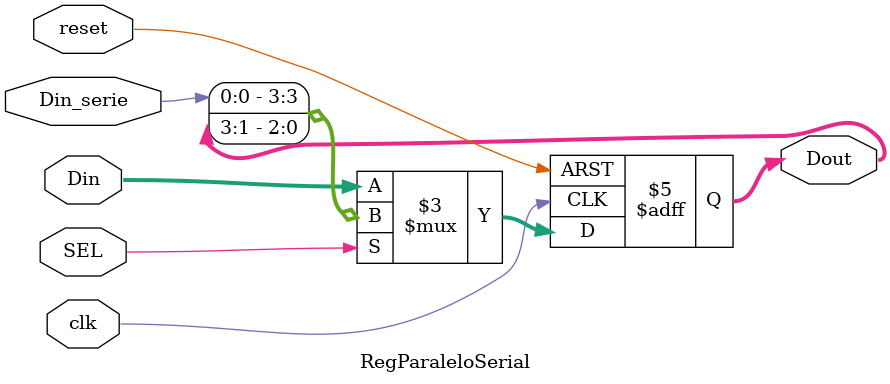
<source format=sv>
parameter NBITS_DATA = 4;
module RegParaleloSerial(
  input logic clk, reset,
  input logic [NBITS_DATA-1:0] Din,
  input logic SEL,  Din_serie,
  output logic [NBITS_DATA-1:0] Dout
);
  always_ff @ (posedge reset or posedge clk) begin
    if (reset)
      Dout <= 0;
    else begin
      if(SEL)
        Dout <= {Din_serie, Dout[NBITS_DATA-1:1]};
      else
        Dout <= Din;
    end
  end
endmodule
</source>
